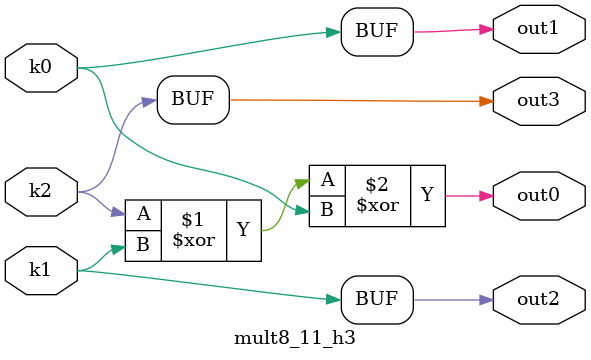
<source format=v>
module mult8_11(pi00, pi01, pi02, pi03, pi04, pi05, pi06, pi07, pi08, pi09, pi10, po0, po1, po2, po3);
input pi00, pi01, pi02, pi03, pi04, pi05, pi06, pi07, pi08, pi09, pi10;
output po0, po1, po2, po3;
wire k0, k1, k2;
mult8_11_w3 DUT1 (pi00, pi01, pi02, pi03, pi04, pi05, pi06, pi07, pi08, pi09, pi10, k0, k1, k2);
mult8_11_h3 DUT2 (k0, k1, k2, po0, po1, po2, po3);
endmodule

module mult8_11_w3(in10, in9, in8, in7, in6, in5, in4, in3, in2, in1, in0, k2, k1, k0);
input in10, in9, in8, in7, in6, in5, in4, in3, in2, in1, in0;
output k2, k1, k0;
assign k0 =   ((~in6 | in7) & (((~in5 | in2) & ((~in10 & ((in9 & (in4 ^ in3)) | (~in1 & in0) | (in1 & ~in0))) | (~in8 & (in1 ^ in0)))) | (((~in1 & in0) | (in1 & ~in0) | (~in5 & in2)) & (((in4 ^ in3) & (~in8 | ~in10)) | (in9 & ~in10))))) | ((in2 | (~in6 & in7)) & (((in4 ^ in3) & ((~in1 & in0) | (in1 & ~in0) | (~in5 & (in9 | (~in8 & ~in10))))) | ((in1 ^ in0) & (in9 | ~in5 | (~in8 & ~in10))))) | (((~in1 & in0) | (in1 & ~in0) | (in2 & ~in6 & in7)) & (((in9 | (~in8 & ~in10)) & (~in5 | (~in4 & in3) | (in4 & ~in3))) | (~in5 & (in4 ^ in3)))) | (in2 & ~in6 & in7 & (in1 ^ in0));
assign k1 =   ((~in3 ^ in2) & (((~in5 ^ in4) & ((~in7 & ((~in8 & (in6 ? ~in10 : ~in9)) | (in9 & (in10 | in6)) | (~in10 & ~in6 & ~in9))) | (in10 & ((in6 & in9) | (in7 & ~in6 & ~in9))) | (in7 & ~in9 & (in6 ? (~in8 | ~in10) : in8)))) | ((in5 ^ in4) & ((~in9 & ((in8 & ((in10 & (~in7 | in6)) | (~in7 & in6))) | (in10 & ~in7 & in6))) | (~in10 & ((in7 & (in9 | (~in8 & ~in6))) | (~in6 & in9))) | (in7 & ~in6 & in9))))) | ((in3 ^ in2) & ((((~in7 & ((~in8 & (in6 ? ~in10 : ~in9)) | (in9 & (in10 | in6)) | (~in10 & ~in6 & ~in9))) | (in10 & ((in6 & in9) | (in7 & ~in6 & ~in9))) | (in7 & ~in9 & (in6 ? (~in8 | ~in10) : in8))) & (in5 ^ in4)) | ((~in5 ^ in4) & ((~in9 & ((in8 & ((in10 & (~in7 | in6)) | (~in7 & in6))) | (in10 & ~in7 & in6))) | (~in10 & ((in7 & (in9 | (~in8 & ~in6))) | (~in6 & in9))) | (in7 & ~in6 & in9)))));
assign k2 =   ((in7 ^ in6) & ((in10 & (in9 | in8)) | (~in9 & ~in8 & ~in10))) | ((~in7 ^ in6) & ((~in10 & (in9 | in8)) | (~in9 & ~in8 & in10)));
endmodule

module mult8_11_h3(k2, k1, k0, out3, out2, out1, out0);
input k2, k1, k0;
output out3, out2, out1, out0;
assign out0 = k2 ^ k1 ^ k0;
assign out1 = k0;
assign out2 = k1;
assign out3 = k2;
endmodule

</source>
